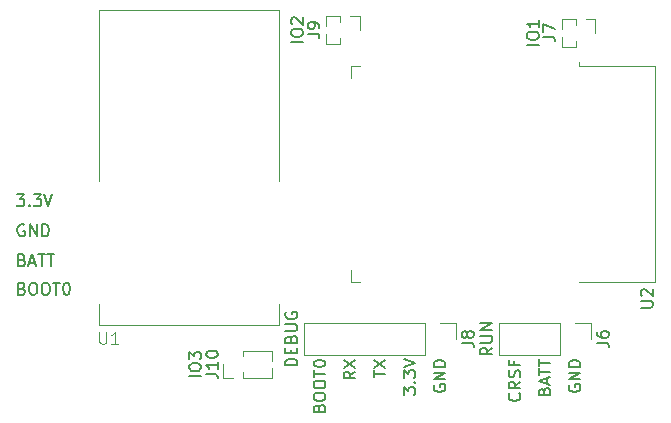
<source format=gto>
%TF.GenerationSoftware,KiCad,Pcbnew,9.0.2*%
%TF.CreationDate,2025-06-17T20:14:42+02:00*%
%TF.ProjectId,elrs_tx_full,656c7273-5f74-4785-9f66-756c6c2e6b69,rev?*%
%TF.SameCoordinates,Original*%
%TF.FileFunction,Legend,Top*%
%TF.FilePolarity,Positive*%
%FSLAX46Y46*%
G04 Gerber Fmt 4.6, Leading zero omitted, Abs format (unit mm)*
G04 Created by KiCad (PCBNEW 9.0.2) date 2025-06-17 20:14:42*
%MOMM*%
%LPD*%
G01*
G04 APERTURE LIST*
%ADD10C,0.150000*%
%ADD11C,0.100000*%
%ADD12C,0.120000*%
G04 APERTURE END LIST*
D10*
X131508438Y-72864398D02*
X131460819Y-72959636D01*
X131460819Y-72959636D02*
X131460819Y-73102493D01*
X131460819Y-73102493D02*
X131508438Y-73245350D01*
X131508438Y-73245350D02*
X131603676Y-73340588D01*
X131603676Y-73340588D02*
X131698914Y-73388207D01*
X131698914Y-73388207D02*
X131889390Y-73435826D01*
X131889390Y-73435826D02*
X132032247Y-73435826D01*
X132032247Y-73435826D02*
X132222723Y-73388207D01*
X132222723Y-73388207D02*
X132317961Y-73340588D01*
X132317961Y-73340588D02*
X132413200Y-73245350D01*
X132413200Y-73245350D02*
X132460819Y-73102493D01*
X132460819Y-73102493D02*
X132460819Y-73007255D01*
X132460819Y-73007255D02*
X132413200Y-72864398D01*
X132413200Y-72864398D02*
X132365580Y-72816779D01*
X132365580Y-72816779D02*
X132032247Y-72816779D01*
X132032247Y-72816779D02*
X132032247Y-73007255D01*
X132460819Y-72388207D02*
X131460819Y-72388207D01*
X131460819Y-72388207D02*
X132460819Y-71816779D01*
X132460819Y-71816779D02*
X131460819Y-71816779D01*
X132460819Y-71340588D02*
X131460819Y-71340588D01*
X131460819Y-71340588D02*
X131460819Y-71102493D01*
X131460819Y-71102493D02*
X131508438Y-70959636D01*
X131508438Y-70959636D02*
X131603676Y-70864398D01*
X131603676Y-70864398D02*
X131698914Y-70816779D01*
X131698914Y-70816779D02*
X131889390Y-70769160D01*
X131889390Y-70769160D02*
X132032247Y-70769160D01*
X132032247Y-70769160D02*
X132222723Y-70816779D01*
X132222723Y-70816779D02*
X132317961Y-70864398D01*
X132317961Y-70864398D02*
X132413200Y-70959636D01*
X132413200Y-70959636D02*
X132460819Y-71102493D01*
X132460819Y-71102493D02*
X132460819Y-71340588D01*
X85368588Y-59314438D02*
X85273350Y-59266819D01*
X85273350Y-59266819D02*
X85130493Y-59266819D01*
X85130493Y-59266819D02*
X84987636Y-59314438D01*
X84987636Y-59314438D02*
X84892398Y-59409676D01*
X84892398Y-59409676D02*
X84844779Y-59504914D01*
X84844779Y-59504914D02*
X84797160Y-59695390D01*
X84797160Y-59695390D02*
X84797160Y-59838247D01*
X84797160Y-59838247D02*
X84844779Y-60028723D01*
X84844779Y-60028723D02*
X84892398Y-60123961D01*
X84892398Y-60123961D02*
X84987636Y-60219200D01*
X84987636Y-60219200D02*
X85130493Y-60266819D01*
X85130493Y-60266819D02*
X85225731Y-60266819D01*
X85225731Y-60266819D02*
X85368588Y-60219200D01*
X85368588Y-60219200D02*
X85416207Y-60171580D01*
X85416207Y-60171580D02*
X85416207Y-59838247D01*
X85416207Y-59838247D02*
X85225731Y-59838247D01*
X85844779Y-60266819D02*
X85844779Y-59266819D01*
X85844779Y-59266819D02*
X86416207Y-60266819D01*
X86416207Y-60266819D02*
X86416207Y-59266819D01*
X86892398Y-60266819D02*
X86892398Y-59266819D01*
X86892398Y-59266819D02*
X87130493Y-59266819D01*
X87130493Y-59266819D02*
X87273350Y-59314438D01*
X87273350Y-59314438D02*
X87368588Y-59409676D01*
X87368588Y-59409676D02*
X87416207Y-59504914D01*
X87416207Y-59504914D02*
X87463826Y-59695390D01*
X87463826Y-59695390D02*
X87463826Y-59838247D01*
X87463826Y-59838247D02*
X87416207Y-60028723D01*
X87416207Y-60028723D02*
X87368588Y-60123961D01*
X87368588Y-60123961D02*
X87273350Y-60219200D01*
X87273350Y-60219200D02*
X87130493Y-60266819D01*
X87130493Y-60266819D02*
X86892398Y-60266819D01*
X114950819Y-72197731D02*
X114950819Y-71626303D01*
X115950819Y-71912017D02*
X114950819Y-71912017D01*
X114950819Y-71388207D02*
X115950819Y-70721541D01*
X114950819Y-70721541D02*
X115950819Y-71388207D01*
X85178112Y-64696009D02*
X85320969Y-64743628D01*
X85320969Y-64743628D02*
X85368588Y-64791247D01*
X85368588Y-64791247D02*
X85416207Y-64886485D01*
X85416207Y-64886485D02*
X85416207Y-65029342D01*
X85416207Y-65029342D02*
X85368588Y-65124580D01*
X85368588Y-65124580D02*
X85320969Y-65172200D01*
X85320969Y-65172200D02*
X85225731Y-65219819D01*
X85225731Y-65219819D02*
X84844779Y-65219819D01*
X84844779Y-65219819D02*
X84844779Y-64219819D01*
X84844779Y-64219819D02*
X85178112Y-64219819D01*
X85178112Y-64219819D02*
X85273350Y-64267438D01*
X85273350Y-64267438D02*
X85320969Y-64315057D01*
X85320969Y-64315057D02*
X85368588Y-64410295D01*
X85368588Y-64410295D02*
X85368588Y-64505533D01*
X85368588Y-64505533D02*
X85320969Y-64600771D01*
X85320969Y-64600771D02*
X85273350Y-64648390D01*
X85273350Y-64648390D02*
X85178112Y-64696009D01*
X85178112Y-64696009D02*
X84844779Y-64696009D01*
X86035255Y-64219819D02*
X86225731Y-64219819D01*
X86225731Y-64219819D02*
X86320969Y-64267438D01*
X86320969Y-64267438D02*
X86416207Y-64362676D01*
X86416207Y-64362676D02*
X86463826Y-64553152D01*
X86463826Y-64553152D02*
X86463826Y-64886485D01*
X86463826Y-64886485D02*
X86416207Y-65076961D01*
X86416207Y-65076961D02*
X86320969Y-65172200D01*
X86320969Y-65172200D02*
X86225731Y-65219819D01*
X86225731Y-65219819D02*
X86035255Y-65219819D01*
X86035255Y-65219819D02*
X85940017Y-65172200D01*
X85940017Y-65172200D02*
X85844779Y-65076961D01*
X85844779Y-65076961D02*
X85797160Y-64886485D01*
X85797160Y-64886485D02*
X85797160Y-64553152D01*
X85797160Y-64553152D02*
X85844779Y-64362676D01*
X85844779Y-64362676D02*
X85940017Y-64267438D01*
X85940017Y-64267438D02*
X86035255Y-64219819D01*
X87082874Y-64219819D02*
X87273350Y-64219819D01*
X87273350Y-64219819D02*
X87368588Y-64267438D01*
X87368588Y-64267438D02*
X87463826Y-64362676D01*
X87463826Y-64362676D02*
X87511445Y-64553152D01*
X87511445Y-64553152D02*
X87511445Y-64886485D01*
X87511445Y-64886485D02*
X87463826Y-65076961D01*
X87463826Y-65076961D02*
X87368588Y-65172200D01*
X87368588Y-65172200D02*
X87273350Y-65219819D01*
X87273350Y-65219819D02*
X87082874Y-65219819D01*
X87082874Y-65219819D02*
X86987636Y-65172200D01*
X86987636Y-65172200D02*
X86892398Y-65076961D01*
X86892398Y-65076961D02*
X86844779Y-64886485D01*
X86844779Y-64886485D02*
X86844779Y-64553152D01*
X86844779Y-64553152D02*
X86892398Y-64362676D01*
X86892398Y-64362676D02*
X86987636Y-64267438D01*
X86987636Y-64267438D02*
X87082874Y-64219819D01*
X87797160Y-64219819D02*
X88368588Y-64219819D01*
X88082874Y-65219819D02*
X88082874Y-64219819D01*
X88892398Y-64219819D02*
X88987636Y-64219819D01*
X88987636Y-64219819D02*
X89082874Y-64267438D01*
X89082874Y-64267438D02*
X89130493Y-64315057D01*
X89130493Y-64315057D02*
X89178112Y-64410295D01*
X89178112Y-64410295D02*
X89225731Y-64600771D01*
X89225731Y-64600771D02*
X89225731Y-64838866D01*
X89225731Y-64838866D02*
X89178112Y-65029342D01*
X89178112Y-65029342D02*
X89130493Y-65124580D01*
X89130493Y-65124580D02*
X89082874Y-65172200D01*
X89082874Y-65172200D02*
X88987636Y-65219819D01*
X88987636Y-65219819D02*
X88892398Y-65219819D01*
X88892398Y-65219819D02*
X88797160Y-65172200D01*
X88797160Y-65172200D02*
X88749541Y-65124580D01*
X88749541Y-65124580D02*
X88701922Y-65029342D01*
X88701922Y-65029342D02*
X88654303Y-64838866D01*
X88654303Y-64838866D02*
X88654303Y-64600771D01*
X88654303Y-64600771D02*
X88701922Y-64410295D01*
X88701922Y-64410295D02*
X88749541Y-64315057D01*
X88749541Y-64315057D02*
X88797160Y-64267438D01*
X88797160Y-64267438D02*
X88892398Y-64219819D01*
X85178112Y-62283009D02*
X85320969Y-62330628D01*
X85320969Y-62330628D02*
X85368588Y-62378247D01*
X85368588Y-62378247D02*
X85416207Y-62473485D01*
X85416207Y-62473485D02*
X85416207Y-62616342D01*
X85416207Y-62616342D02*
X85368588Y-62711580D01*
X85368588Y-62711580D02*
X85320969Y-62759200D01*
X85320969Y-62759200D02*
X85225731Y-62806819D01*
X85225731Y-62806819D02*
X84844779Y-62806819D01*
X84844779Y-62806819D02*
X84844779Y-61806819D01*
X84844779Y-61806819D02*
X85178112Y-61806819D01*
X85178112Y-61806819D02*
X85273350Y-61854438D01*
X85273350Y-61854438D02*
X85320969Y-61902057D01*
X85320969Y-61902057D02*
X85368588Y-61997295D01*
X85368588Y-61997295D02*
X85368588Y-62092533D01*
X85368588Y-62092533D02*
X85320969Y-62187771D01*
X85320969Y-62187771D02*
X85273350Y-62235390D01*
X85273350Y-62235390D02*
X85178112Y-62283009D01*
X85178112Y-62283009D02*
X84844779Y-62283009D01*
X85797160Y-62521104D02*
X86273350Y-62521104D01*
X85701922Y-62806819D02*
X86035255Y-61806819D01*
X86035255Y-61806819D02*
X86368588Y-62806819D01*
X86559065Y-61806819D02*
X87130493Y-61806819D01*
X86844779Y-62806819D02*
X86844779Y-61806819D01*
X87320970Y-61806819D02*
X87892398Y-61806819D01*
X87606684Y-62806819D02*
X87606684Y-61806819D01*
X129397009Y-73388208D02*
X129444628Y-73245351D01*
X129444628Y-73245351D02*
X129492247Y-73197732D01*
X129492247Y-73197732D02*
X129587485Y-73150113D01*
X129587485Y-73150113D02*
X129730342Y-73150113D01*
X129730342Y-73150113D02*
X129825580Y-73197732D01*
X129825580Y-73197732D02*
X129873200Y-73245351D01*
X129873200Y-73245351D02*
X129920819Y-73340589D01*
X129920819Y-73340589D02*
X129920819Y-73721541D01*
X129920819Y-73721541D02*
X128920819Y-73721541D01*
X128920819Y-73721541D02*
X128920819Y-73388208D01*
X128920819Y-73388208D02*
X128968438Y-73292970D01*
X128968438Y-73292970D02*
X129016057Y-73245351D01*
X129016057Y-73245351D02*
X129111295Y-73197732D01*
X129111295Y-73197732D02*
X129206533Y-73197732D01*
X129206533Y-73197732D02*
X129301771Y-73245351D01*
X129301771Y-73245351D02*
X129349390Y-73292970D01*
X129349390Y-73292970D02*
X129397009Y-73388208D01*
X129397009Y-73388208D02*
X129397009Y-73721541D01*
X129635104Y-72769160D02*
X129635104Y-72292970D01*
X129920819Y-72864398D02*
X128920819Y-72531065D01*
X128920819Y-72531065D02*
X129920819Y-72197732D01*
X128920819Y-72007255D02*
X128920819Y-71435827D01*
X129920819Y-71721541D02*
X128920819Y-71721541D01*
X128920819Y-71245350D02*
X128920819Y-70673922D01*
X129920819Y-70959636D02*
X128920819Y-70959636D01*
X113410819Y-71721541D02*
X112934628Y-72054874D01*
X113410819Y-72292969D02*
X112410819Y-72292969D01*
X112410819Y-72292969D02*
X112410819Y-71912017D01*
X112410819Y-71912017D02*
X112458438Y-71816779D01*
X112458438Y-71816779D02*
X112506057Y-71769160D01*
X112506057Y-71769160D02*
X112601295Y-71721541D01*
X112601295Y-71721541D02*
X112744152Y-71721541D01*
X112744152Y-71721541D02*
X112839390Y-71769160D01*
X112839390Y-71769160D02*
X112887009Y-71816779D01*
X112887009Y-71816779D02*
X112934628Y-71912017D01*
X112934628Y-71912017D02*
X112934628Y-72292969D01*
X112410819Y-71388207D02*
X113410819Y-70721541D01*
X112410819Y-70721541D02*
X113410819Y-71388207D01*
X110347009Y-74816779D02*
X110394628Y-74673922D01*
X110394628Y-74673922D02*
X110442247Y-74626303D01*
X110442247Y-74626303D02*
X110537485Y-74578684D01*
X110537485Y-74578684D02*
X110680342Y-74578684D01*
X110680342Y-74578684D02*
X110775580Y-74626303D01*
X110775580Y-74626303D02*
X110823200Y-74673922D01*
X110823200Y-74673922D02*
X110870819Y-74769160D01*
X110870819Y-74769160D02*
X110870819Y-75150112D01*
X110870819Y-75150112D02*
X109870819Y-75150112D01*
X109870819Y-75150112D02*
X109870819Y-74816779D01*
X109870819Y-74816779D02*
X109918438Y-74721541D01*
X109918438Y-74721541D02*
X109966057Y-74673922D01*
X109966057Y-74673922D02*
X110061295Y-74626303D01*
X110061295Y-74626303D02*
X110156533Y-74626303D01*
X110156533Y-74626303D02*
X110251771Y-74673922D01*
X110251771Y-74673922D02*
X110299390Y-74721541D01*
X110299390Y-74721541D02*
X110347009Y-74816779D01*
X110347009Y-74816779D02*
X110347009Y-75150112D01*
X109870819Y-73959636D02*
X109870819Y-73769160D01*
X109870819Y-73769160D02*
X109918438Y-73673922D01*
X109918438Y-73673922D02*
X110013676Y-73578684D01*
X110013676Y-73578684D02*
X110204152Y-73531065D01*
X110204152Y-73531065D02*
X110537485Y-73531065D01*
X110537485Y-73531065D02*
X110727961Y-73578684D01*
X110727961Y-73578684D02*
X110823200Y-73673922D01*
X110823200Y-73673922D02*
X110870819Y-73769160D01*
X110870819Y-73769160D02*
X110870819Y-73959636D01*
X110870819Y-73959636D02*
X110823200Y-74054874D01*
X110823200Y-74054874D02*
X110727961Y-74150112D01*
X110727961Y-74150112D02*
X110537485Y-74197731D01*
X110537485Y-74197731D02*
X110204152Y-74197731D01*
X110204152Y-74197731D02*
X110013676Y-74150112D01*
X110013676Y-74150112D02*
X109918438Y-74054874D01*
X109918438Y-74054874D02*
X109870819Y-73959636D01*
X109870819Y-72912017D02*
X109870819Y-72721541D01*
X109870819Y-72721541D02*
X109918438Y-72626303D01*
X109918438Y-72626303D02*
X110013676Y-72531065D01*
X110013676Y-72531065D02*
X110204152Y-72483446D01*
X110204152Y-72483446D02*
X110537485Y-72483446D01*
X110537485Y-72483446D02*
X110727961Y-72531065D01*
X110727961Y-72531065D02*
X110823200Y-72626303D01*
X110823200Y-72626303D02*
X110870819Y-72721541D01*
X110870819Y-72721541D02*
X110870819Y-72912017D01*
X110870819Y-72912017D02*
X110823200Y-73007255D01*
X110823200Y-73007255D02*
X110727961Y-73102493D01*
X110727961Y-73102493D02*
X110537485Y-73150112D01*
X110537485Y-73150112D02*
X110204152Y-73150112D01*
X110204152Y-73150112D02*
X110013676Y-73102493D01*
X110013676Y-73102493D02*
X109918438Y-73007255D01*
X109918438Y-73007255D02*
X109870819Y-72912017D01*
X109870819Y-72197731D02*
X109870819Y-71626303D01*
X110870819Y-71912017D02*
X109870819Y-71912017D01*
X109870819Y-71102493D02*
X109870819Y-71007255D01*
X109870819Y-71007255D02*
X109918438Y-70912017D01*
X109918438Y-70912017D02*
X109966057Y-70864398D01*
X109966057Y-70864398D02*
X110061295Y-70816779D01*
X110061295Y-70816779D02*
X110251771Y-70769160D01*
X110251771Y-70769160D02*
X110489866Y-70769160D01*
X110489866Y-70769160D02*
X110680342Y-70816779D01*
X110680342Y-70816779D02*
X110775580Y-70864398D01*
X110775580Y-70864398D02*
X110823200Y-70912017D01*
X110823200Y-70912017D02*
X110870819Y-71007255D01*
X110870819Y-71007255D02*
X110870819Y-71102493D01*
X110870819Y-71102493D02*
X110823200Y-71197731D01*
X110823200Y-71197731D02*
X110775580Y-71245350D01*
X110775580Y-71245350D02*
X110680342Y-71292969D01*
X110680342Y-71292969D02*
X110489866Y-71340588D01*
X110489866Y-71340588D02*
X110251771Y-71340588D01*
X110251771Y-71340588D02*
X110061295Y-71292969D01*
X110061295Y-71292969D02*
X109966057Y-71245350D01*
X109966057Y-71245350D02*
X109918438Y-71197731D01*
X109918438Y-71197731D02*
X109870819Y-71102493D01*
X120078438Y-72864398D02*
X120030819Y-72959636D01*
X120030819Y-72959636D02*
X120030819Y-73102493D01*
X120030819Y-73102493D02*
X120078438Y-73245350D01*
X120078438Y-73245350D02*
X120173676Y-73340588D01*
X120173676Y-73340588D02*
X120268914Y-73388207D01*
X120268914Y-73388207D02*
X120459390Y-73435826D01*
X120459390Y-73435826D02*
X120602247Y-73435826D01*
X120602247Y-73435826D02*
X120792723Y-73388207D01*
X120792723Y-73388207D02*
X120887961Y-73340588D01*
X120887961Y-73340588D02*
X120983200Y-73245350D01*
X120983200Y-73245350D02*
X121030819Y-73102493D01*
X121030819Y-73102493D02*
X121030819Y-73007255D01*
X121030819Y-73007255D02*
X120983200Y-72864398D01*
X120983200Y-72864398D02*
X120935580Y-72816779D01*
X120935580Y-72816779D02*
X120602247Y-72816779D01*
X120602247Y-72816779D02*
X120602247Y-73007255D01*
X121030819Y-72388207D02*
X120030819Y-72388207D01*
X120030819Y-72388207D02*
X121030819Y-71816779D01*
X121030819Y-71816779D02*
X120030819Y-71816779D01*
X121030819Y-71340588D02*
X120030819Y-71340588D01*
X120030819Y-71340588D02*
X120030819Y-71102493D01*
X120030819Y-71102493D02*
X120078438Y-70959636D01*
X120078438Y-70959636D02*
X120173676Y-70864398D01*
X120173676Y-70864398D02*
X120268914Y-70816779D01*
X120268914Y-70816779D02*
X120459390Y-70769160D01*
X120459390Y-70769160D02*
X120602247Y-70769160D01*
X120602247Y-70769160D02*
X120792723Y-70816779D01*
X120792723Y-70816779D02*
X120887961Y-70864398D01*
X120887961Y-70864398D02*
X120983200Y-70959636D01*
X120983200Y-70959636D02*
X121030819Y-71102493D01*
X121030819Y-71102493D02*
X121030819Y-71340588D01*
X84749541Y-56726819D02*
X85368588Y-56726819D01*
X85368588Y-56726819D02*
X85035255Y-57107771D01*
X85035255Y-57107771D02*
X85178112Y-57107771D01*
X85178112Y-57107771D02*
X85273350Y-57155390D01*
X85273350Y-57155390D02*
X85320969Y-57203009D01*
X85320969Y-57203009D02*
X85368588Y-57298247D01*
X85368588Y-57298247D02*
X85368588Y-57536342D01*
X85368588Y-57536342D02*
X85320969Y-57631580D01*
X85320969Y-57631580D02*
X85273350Y-57679200D01*
X85273350Y-57679200D02*
X85178112Y-57726819D01*
X85178112Y-57726819D02*
X84892398Y-57726819D01*
X84892398Y-57726819D02*
X84797160Y-57679200D01*
X84797160Y-57679200D02*
X84749541Y-57631580D01*
X85797160Y-57631580D02*
X85844779Y-57679200D01*
X85844779Y-57679200D02*
X85797160Y-57726819D01*
X85797160Y-57726819D02*
X85749541Y-57679200D01*
X85749541Y-57679200D02*
X85797160Y-57631580D01*
X85797160Y-57631580D02*
X85797160Y-57726819D01*
X86178112Y-56726819D02*
X86797159Y-56726819D01*
X86797159Y-56726819D02*
X86463826Y-57107771D01*
X86463826Y-57107771D02*
X86606683Y-57107771D01*
X86606683Y-57107771D02*
X86701921Y-57155390D01*
X86701921Y-57155390D02*
X86749540Y-57203009D01*
X86749540Y-57203009D02*
X86797159Y-57298247D01*
X86797159Y-57298247D02*
X86797159Y-57536342D01*
X86797159Y-57536342D02*
X86749540Y-57631580D01*
X86749540Y-57631580D02*
X86701921Y-57679200D01*
X86701921Y-57679200D02*
X86606683Y-57726819D01*
X86606683Y-57726819D02*
X86320969Y-57726819D01*
X86320969Y-57726819D02*
X86225731Y-57679200D01*
X86225731Y-57679200D02*
X86178112Y-57631580D01*
X87082874Y-56726819D02*
X87416207Y-57726819D01*
X87416207Y-57726819D02*
X87749540Y-56726819D01*
X117490819Y-73673921D02*
X117490819Y-73054874D01*
X117490819Y-73054874D02*
X117871771Y-73388207D01*
X117871771Y-73388207D02*
X117871771Y-73245350D01*
X117871771Y-73245350D02*
X117919390Y-73150112D01*
X117919390Y-73150112D02*
X117967009Y-73102493D01*
X117967009Y-73102493D02*
X118062247Y-73054874D01*
X118062247Y-73054874D02*
X118300342Y-73054874D01*
X118300342Y-73054874D02*
X118395580Y-73102493D01*
X118395580Y-73102493D02*
X118443200Y-73150112D01*
X118443200Y-73150112D02*
X118490819Y-73245350D01*
X118490819Y-73245350D02*
X118490819Y-73531064D01*
X118490819Y-73531064D02*
X118443200Y-73626302D01*
X118443200Y-73626302D02*
X118395580Y-73673921D01*
X118395580Y-72626302D02*
X118443200Y-72578683D01*
X118443200Y-72578683D02*
X118490819Y-72626302D01*
X118490819Y-72626302D02*
X118443200Y-72673921D01*
X118443200Y-72673921D02*
X118395580Y-72626302D01*
X118395580Y-72626302D02*
X118490819Y-72626302D01*
X117490819Y-72245350D02*
X117490819Y-71626303D01*
X117490819Y-71626303D02*
X117871771Y-71959636D01*
X117871771Y-71959636D02*
X117871771Y-71816779D01*
X117871771Y-71816779D02*
X117919390Y-71721541D01*
X117919390Y-71721541D02*
X117967009Y-71673922D01*
X117967009Y-71673922D02*
X118062247Y-71626303D01*
X118062247Y-71626303D02*
X118300342Y-71626303D01*
X118300342Y-71626303D02*
X118395580Y-71673922D01*
X118395580Y-71673922D02*
X118443200Y-71721541D01*
X118443200Y-71721541D02*
X118490819Y-71816779D01*
X118490819Y-71816779D02*
X118490819Y-72102493D01*
X118490819Y-72102493D02*
X118443200Y-72197731D01*
X118443200Y-72197731D02*
X118395580Y-72245350D01*
X117490819Y-71340588D02*
X118490819Y-71007255D01*
X118490819Y-71007255D02*
X117490819Y-70673922D01*
X127285580Y-73578684D02*
X127333200Y-73626303D01*
X127333200Y-73626303D02*
X127380819Y-73769160D01*
X127380819Y-73769160D02*
X127380819Y-73864398D01*
X127380819Y-73864398D02*
X127333200Y-74007255D01*
X127333200Y-74007255D02*
X127237961Y-74102493D01*
X127237961Y-74102493D02*
X127142723Y-74150112D01*
X127142723Y-74150112D02*
X126952247Y-74197731D01*
X126952247Y-74197731D02*
X126809390Y-74197731D01*
X126809390Y-74197731D02*
X126618914Y-74150112D01*
X126618914Y-74150112D02*
X126523676Y-74102493D01*
X126523676Y-74102493D02*
X126428438Y-74007255D01*
X126428438Y-74007255D02*
X126380819Y-73864398D01*
X126380819Y-73864398D02*
X126380819Y-73769160D01*
X126380819Y-73769160D02*
X126428438Y-73626303D01*
X126428438Y-73626303D02*
X126476057Y-73578684D01*
X127380819Y-72578684D02*
X126904628Y-72912017D01*
X127380819Y-73150112D02*
X126380819Y-73150112D01*
X126380819Y-73150112D02*
X126380819Y-72769160D01*
X126380819Y-72769160D02*
X126428438Y-72673922D01*
X126428438Y-72673922D02*
X126476057Y-72626303D01*
X126476057Y-72626303D02*
X126571295Y-72578684D01*
X126571295Y-72578684D02*
X126714152Y-72578684D01*
X126714152Y-72578684D02*
X126809390Y-72626303D01*
X126809390Y-72626303D02*
X126857009Y-72673922D01*
X126857009Y-72673922D02*
X126904628Y-72769160D01*
X126904628Y-72769160D02*
X126904628Y-73150112D01*
X127333200Y-72197731D02*
X127380819Y-72054874D01*
X127380819Y-72054874D02*
X127380819Y-71816779D01*
X127380819Y-71816779D02*
X127333200Y-71721541D01*
X127333200Y-71721541D02*
X127285580Y-71673922D01*
X127285580Y-71673922D02*
X127190342Y-71626303D01*
X127190342Y-71626303D02*
X127095104Y-71626303D01*
X127095104Y-71626303D02*
X126999866Y-71673922D01*
X126999866Y-71673922D02*
X126952247Y-71721541D01*
X126952247Y-71721541D02*
X126904628Y-71816779D01*
X126904628Y-71816779D02*
X126857009Y-72007255D01*
X126857009Y-72007255D02*
X126809390Y-72102493D01*
X126809390Y-72102493D02*
X126761771Y-72150112D01*
X126761771Y-72150112D02*
X126666533Y-72197731D01*
X126666533Y-72197731D02*
X126571295Y-72197731D01*
X126571295Y-72197731D02*
X126476057Y-72150112D01*
X126476057Y-72150112D02*
X126428438Y-72102493D01*
X126428438Y-72102493D02*
X126380819Y-72007255D01*
X126380819Y-72007255D02*
X126380819Y-71769160D01*
X126380819Y-71769160D02*
X126428438Y-71626303D01*
X126857009Y-70864398D02*
X126857009Y-71197731D01*
X127380819Y-71197731D02*
X126380819Y-71197731D01*
X126380819Y-71197731D02*
X126380819Y-70721541D01*
X122410819Y-69289333D02*
X123125104Y-69289333D01*
X123125104Y-69289333D02*
X123267961Y-69336952D01*
X123267961Y-69336952D02*
X123363200Y-69432190D01*
X123363200Y-69432190D02*
X123410819Y-69575047D01*
X123410819Y-69575047D02*
X123410819Y-69670285D01*
X122839390Y-68670285D02*
X122791771Y-68765523D01*
X122791771Y-68765523D02*
X122744152Y-68813142D01*
X122744152Y-68813142D02*
X122648914Y-68860761D01*
X122648914Y-68860761D02*
X122601295Y-68860761D01*
X122601295Y-68860761D02*
X122506057Y-68813142D01*
X122506057Y-68813142D02*
X122458438Y-68765523D01*
X122458438Y-68765523D02*
X122410819Y-68670285D01*
X122410819Y-68670285D02*
X122410819Y-68479809D01*
X122410819Y-68479809D02*
X122458438Y-68384571D01*
X122458438Y-68384571D02*
X122506057Y-68336952D01*
X122506057Y-68336952D02*
X122601295Y-68289333D01*
X122601295Y-68289333D02*
X122648914Y-68289333D01*
X122648914Y-68289333D02*
X122744152Y-68336952D01*
X122744152Y-68336952D02*
X122791771Y-68384571D01*
X122791771Y-68384571D02*
X122839390Y-68479809D01*
X122839390Y-68479809D02*
X122839390Y-68670285D01*
X122839390Y-68670285D02*
X122887009Y-68765523D01*
X122887009Y-68765523D02*
X122934628Y-68813142D01*
X122934628Y-68813142D02*
X123029866Y-68860761D01*
X123029866Y-68860761D02*
X123220342Y-68860761D01*
X123220342Y-68860761D02*
X123315580Y-68813142D01*
X123315580Y-68813142D02*
X123363200Y-68765523D01*
X123363200Y-68765523D02*
X123410819Y-68670285D01*
X123410819Y-68670285D02*
X123410819Y-68479809D01*
X123410819Y-68479809D02*
X123363200Y-68384571D01*
X123363200Y-68384571D02*
X123315580Y-68336952D01*
X123315580Y-68336952D02*
X123220342Y-68289333D01*
X123220342Y-68289333D02*
X123029866Y-68289333D01*
X123029866Y-68289333D02*
X122934628Y-68336952D01*
X122934628Y-68336952D02*
X122887009Y-68384571D01*
X122887009Y-68384571D02*
X122839390Y-68479809D01*
X108490819Y-71194094D02*
X107490819Y-71194094D01*
X107490819Y-71194094D02*
X107490819Y-70955999D01*
X107490819Y-70955999D02*
X107538438Y-70813142D01*
X107538438Y-70813142D02*
X107633676Y-70717904D01*
X107633676Y-70717904D02*
X107728914Y-70670285D01*
X107728914Y-70670285D02*
X107919390Y-70622666D01*
X107919390Y-70622666D02*
X108062247Y-70622666D01*
X108062247Y-70622666D02*
X108252723Y-70670285D01*
X108252723Y-70670285D02*
X108347961Y-70717904D01*
X108347961Y-70717904D02*
X108443200Y-70813142D01*
X108443200Y-70813142D02*
X108490819Y-70955999D01*
X108490819Y-70955999D02*
X108490819Y-71194094D01*
X107967009Y-70194094D02*
X107967009Y-69860761D01*
X108490819Y-69717904D02*
X108490819Y-70194094D01*
X108490819Y-70194094D02*
X107490819Y-70194094D01*
X107490819Y-70194094D02*
X107490819Y-69717904D01*
X107967009Y-68955999D02*
X108014628Y-68813142D01*
X108014628Y-68813142D02*
X108062247Y-68765523D01*
X108062247Y-68765523D02*
X108157485Y-68717904D01*
X108157485Y-68717904D02*
X108300342Y-68717904D01*
X108300342Y-68717904D02*
X108395580Y-68765523D01*
X108395580Y-68765523D02*
X108443200Y-68813142D01*
X108443200Y-68813142D02*
X108490819Y-68908380D01*
X108490819Y-68908380D02*
X108490819Y-69289332D01*
X108490819Y-69289332D02*
X107490819Y-69289332D01*
X107490819Y-69289332D02*
X107490819Y-68955999D01*
X107490819Y-68955999D02*
X107538438Y-68860761D01*
X107538438Y-68860761D02*
X107586057Y-68813142D01*
X107586057Y-68813142D02*
X107681295Y-68765523D01*
X107681295Y-68765523D02*
X107776533Y-68765523D01*
X107776533Y-68765523D02*
X107871771Y-68813142D01*
X107871771Y-68813142D02*
X107919390Y-68860761D01*
X107919390Y-68860761D02*
X107967009Y-68955999D01*
X107967009Y-68955999D02*
X107967009Y-69289332D01*
X107490819Y-68289332D02*
X108300342Y-68289332D01*
X108300342Y-68289332D02*
X108395580Y-68241713D01*
X108395580Y-68241713D02*
X108443200Y-68194094D01*
X108443200Y-68194094D02*
X108490819Y-68098856D01*
X108490819Y-68098856D02*
X108490819Y-67908380D01*
X108490819Y-67908380D02*
X108443200Y-67813142D01*
X108443200Y-67813142D02*
X108395580Y-67765523D01*
X108395580Y-67765523D02*
X108300342Y-67717904D01*
X108300342Y-67717904D02*
X107490819Y-67717904D01*
X107538438Y-66717904D02*
X107490819Y-66813142D01*
X107490819Y-66813142D02*
X107490819Y-66955999D01*
X107490819Y-66955999D02*
X107538438Y-67098856D01*
X107538438Y-67098856D02*
X107633676Y-67194094D01*
X107633676Y-67194094D02*
X107728914Y-67241713D01*
X107728914Y-67241713D02*
X107919390Y-67289332D01*
X107919390Y-67289332D02*
X108062247Y-67289332D01*
X108062247Y-67289332D02*
X108252723Y-67241713D01*
X108252723Y-67241713D02*
X108347961Y-67194094D01*
X108347961Y-67194094D02*
X108443200Y-67098856D01*
X108443200Y-67098856D02*
X108490819Y-66955999D01*
X108490819Y-66955999D02*
X108490819Y-66860761D01*
X108490819Y-66860761D02*
X108443200Y-66717904D01*
X108443200Y-66717904D02*
X108395580Y-66670285D01*
X108395580Y-66670285D02*
X108062247Y-66670285D01*
X108062247Y-66670285D02*
X108062247Y-66860761D01*
X100759819Y-71924523D02*
X101474104Y-71924523D01*
X101474104Y-71924523D02*
X101616961Y-71972142D01*
X101616961Y-71972142D02*
X101712200Y-72067380D01*
X101712200Y-72067380D02*
X101759819Y-72210237D01*
X101759819Y-72210237D02*
X101759819Y-72305475D01*
X101759819Y-70924523D02*
X101759819Y-71495951D01*
X101759819Y-71210237D02*
X100759819Y-71210237D01*
X100759819Y-71210237D02*
X100902676Y-71305475D01*
X100902676Y-71305475D02*
X100997914Y-71400713D01*
X100997914Y-71400713D02*
X101045533Y-71495951D01*
X100759819Y-70305475D02*
X100759819Y-70210237D01*
X100759819Y-70210237D02*
X100807438Y-70114999D01*
X100807438Y-70114999D02*
X100855057Y-70067380D01*
X100855057Y-70067380D02*
X100950295Y-70019761D01*
X100950295Y-70019761D02*
X101140771Y-69972142D01*
X101140771Y-69972142D02*
X101378866Y-69972142D01*
X101378866Y-69972142D02*
X101569342Y-70019761D01*
X101569342Y-70019761D02*
X101664580Y-70067380D01*
X101664580Y-70067380D02*
X101712200Y-70114999D01*
X101712200Y-70114999D02*
X101759819Y-70210237D01*
X101759819Y-70210237D02*
X101759819Y-70305475D01*
X101759819Y-70305475D02*
X101712200Y-70400713D01*
X101712200Y-70400713D02*
X101664580Y-70448332D01*
X101664580Y-70448332D02*
X101569342Y-70495951D01*
X101569342Y-70495951D02*
X101378866Y-70543570D01*
X101378866Y-70543570D02*
X101140771Y-70543570D01*
X101140771Y-70543570D02*
X100950295Y-70495951D01*
X100950295Y-70495951D02*
X100855057Y-70448332D01*
X100855057Y-70448332D02*
X100807438Y-70400713D01*
X100807438Y-70400713D02*
X100759819Y-70305475D01*
X100329819Y-72114999D02*
X99329819Y-72114999D01*
X99329819Y-71448333D02*
X99329819Y-71257857D01*
X99329819Y-71257857D02*
X99377438Y-71162619D01*
X99377438Y-71162619D02*
X99472676Y-71067381D01*
X99472676Y-71067381D02*
X99663152Y-71019762D01*
X99663152Y-71019762D02*
X99996485Y-71019762D01*
X99996485Y-71019762D02*
X100186961Y-71067381D01*
X100186961Y-71067381D02*
X100282200Y-71162619D01*
X100282200Y-71162619D02*
X100329819Y-71257857D01*
X100329819Y-71257857D02*
X100329819Y-71448333D01*
X100329819Y-71448333D02*
X100282200Y-71543571D01*
X100282200Y-71543571D02*
X100186961Y-71638809D01*
X100186961Y-71638809D02*
X99996485Y-71686428D01*
X99996485Y-71686428D02*
X99663152Y-71686428D01*
X99663152Y-71686428D02*
X99472676Y-71638809D01*
X99472676Y-71638809D02*
X99377438Y-71543571D01*
X99377438Y-71543571D02*
X99329819Y-71448333D01*
X99329819Y-70686428D02*
X99329819Y-70067381D01*
X99329819Y-70067381D02*
X99710771Y-70400714D01*
X99710771Y-70400714D02*
X99710771Y-70257857D01*
X99710771Y-70257857D02*
X99758390Y-70162619D01*
X99758390Y-70162619D02*
X99806009Y-70115000D01*
X99806009Y-70115000D02*
X99901247Y-70067381D01*
X99901247Y-70067381D02*
X100139342Y-70067381D01*
X100139342Y-70067381D02*
X100234580Y-70115000D01*
X100234580Y-70115000D02*
X100282200Y-70162619D01*
X100282200Y-70162619D02*
X100329819Y-70257857D01*
X100329819Y-70257857D02*
X100329819Y-70543571D01*
X100329819Y-70543571D02*
X100282200Y-70638809D01*
X100282200Y-70638809D02*
X100234580Y-70686428D01*
D11*
X91734895Y-68362619D02*
X91734895Y-69172142D01*
X91734895Y-69172142D02*
X91782514Y-69267380D01*
X91782514Y-69267380D02*
X91830133Y-69315000D01*
X91830133Y-69315000D02*
X91925371Y-69362619D01*
X91925371Y-69362619D02*
X92115847Y-69362619D01*
X92115847Y-69362619D02*
X92211085Y-69315000D01*
X92211085Y-69315000D02*
X92258704Y-69267380D01*
X92258704Y-69267380D02*
X92306323Y-69172142D01*
X92306323Y-69172142D02*
X92306323Y-68362619D01*
X93306323Y-69362619D02*
X92734895Y-69362619D01*
X93020609Y-69362619D02*
X93020609Y-68362619D01*
X93020609Y-68362619D02*
X92925371Y-68505476D01*
X92925371Y-68505476D02*
X92830133Y-68600714D01*
X92830133Y-68600714D02*
X92734895Y-68648333D01*
D10*
X133840819Y-69289333D02*
X134555104Y-69289333D01*
X134555104Y-69289333D02*
X134697961Y-69336952D01*
X134697961Y-69336952D02*
X134793200Y-69432190D01*
X134793200Y-69432190D02*
X134840819Y-69575047D01*
X134840819Y-69575047D02*
X134840819Y-69670285D01*
X133840819Y-68384571D02*
X133840819Y-68575047D01*
X133840819Y-68575047D02*
X133888438Y-68670285D01*
X133888438Y-68670285D02*
X133936057Y-68717904D01*
X133936057Y-68717904D02*
X134078914Y-68813142D01*
X134078914Y-68813142D02*
X134269390Y-68860761D01*
X134269390Y-68860761D02*
X134650342Y-68860761D01*
X134650342Y-68860761D02*
X134745580Y-68813142D01*
X134745580Y-68813142D02*
X134793200Y-68765523D01*
X134793200Y-68765523D02*
X134840819Y-68670285D01*
X134840819Y-68670285D02*
X134840819Y-68479809D01*
X134840819Y-68479809D02*
X134793200Y-68384571D01*
X134793200Y-68384571D02*
X134745580Y-68336952D01*
X134745580Y-68336952D02*
X134650342Y-68289333D01*
X134650342Y-68289333D02*
X134412247Y-68289333D01*
X134412247Y-68289333D02*
X134317009Y-68336952D01*
X134317009Y-68336952D02*
X134269390Y-68384571D01*
X134269390Y-68384571D02*
X134221771Y-68479809D01*
X134221771Y-68479809D02*
X134221771Y-68670285D01*
X134221771Y-68670285D02*
X134269390Y-68765523D01*
X134269390Y-68765523D02*
X134317009Y-68813142D01*
X134317009Y-68813142D02*
X134412247Y-68860761D01*
X125000819Y-69694095D02*
X124524628Y-70027428D01*
X125000819Y-70265523D02*
X124000819Y-70265523D01*
X124000819Y-70265523D02*
X124000819Y-69884571D01*
X124000819Y-69884571D02*
X124048438Y-69789333D01*
X124048438Y-69789333D02*
X124096057Y-69741714D01*
X124096057Y-69741714D02*
X124191295Y-69694095D01*
X124191295Y-69694095D02*
X124334152Y-69694095D01*
X124334152Y-69694095D02*
X124429390Y-69741714D01*
X124429390Y-69741714D02*
X124477009Y-69789333D01*
X124477009Y-69789333D02*
X124524628Y-69884571D01*
X124524628Y-69884571D02*
X124524628Y-70265523D01*
X124000819Y-69265523D02*
X124810342Y-69265523D01*
X124810342Y-69265523D02*
X124905580Y-69217904D01*
X124905580Y-69217904D02*
X124953200Y-69170285D01*
X124953200Y-69170285D02*
X125000819Y-69075047D01*
X125000819Y-69075047D02*
X125000819Y-68884571D01*
X125000819Y-68884571D02*
X124953200Y-68789333D01*
X124953200Y-68789333D02*
X124905580Y-68741714D01*
X124905580Y-68741714D02*
X124810342Y-68694095D01*
X124810342Y-68694095D02*
X124000819Y-68694095D01*
X125000819Y-68217904D02*
X124000819Y-68217904D01*
X124000819Y-68217904D02*
X125000819Y-67646476D01*
X125000819Y-67646476D02*
X124000819Y-67646476D01*
X109362819Y-43127333D02*
X110077104Y-43127333D01*
X110077104Y-43127333D02*
X110219961Y-43174952D01*
X110219961Y-43174952D02*
X110315200Y-43270190D01*
X110315200Y-43270190D02*
X110362819Y-43413047D01*
X110362819Y-43413047D02*
X110362819Y-43508285D01*
X110362819Y-42603523D02*
X110362819Y-42413047D01*
X110362819Y-42413047D02*
X110315200Y-42317809D01*
X110315200Y-42317809D02*
X110267580Y-42270190D01*
X110267580Y-42270190D02*
X110124723Y-42174952D01*
X110124723Y-42174952D02*
X109934247Y-42127333D01*
X109934247Y-42127333D02*
X109553295Y-42127333D01*
X109553295Y-42127333D02*
X109458057Y-42174952D01*
X109458057Y-42174952D02*
X109410438Y-42222571D01*
X109410438Y-42222571D02*
X109362819Y-42317809D01*
X109362819Y-42317809D02*
X109362819Y-42508285D01*
X109362819Y-42508285D02*
X109410438Y-42603523D01*
X109410438Y-42603523D02*
X109458057Y-42651142D01*
X109458057Y-42651142D02*
X109553295Y-42698761D01*
X109553295Y-42698761D02*
X109791390Y-42698761D01*
X109791390Y-42698761D02*
X109886628Y-42651142D01*
X109886628Y-42651142D02*
X109934247Y-42603523D01*
X109934247Y-42603523D02*
X109981866Y-42508285D01*
X109981866Y-42508285D02*
X109981866Y-42317809D01*
X109981866Y-42317809D02*
X109934247Y-42222571D01*
X109934247Y-42222571D02*
X109886628Y-42174952D01*
X109886628Y-42174952D02*
X109791390Y-42127333D01*
X108965819Y-43793999D02*
X107965819Y-43793999D01*
X107965819Y-43127333D02*
X107965819Y-42936857D01*
X107965819Y-42936857D02*
X108013438Y-42841619D01*
X108013438Y-42841619D02*
X108108676Y-42746381D01*
X108108676Y-42746381D02*
X108299152Y-42698762D01*
X108299152Y-42698762D02*
X108632485Y-42698762D01*
X108632485Y-42698762D02*
X108822961Y-42746381D01*
X108822961Y-42746381D02*
X108918200Y-42841619D01*
X108918200Y-42841619D02*
X108965819Y-42936857D01*
X108965819Y-42936857D02*
X108965819Y-43127333D01*
X108965819Y-43127333D02*
X108918200Y-43222571D01*
X108918200Y-43222571D02*
X108822961Y-43317809D01*
X108822961Y-43317809D02*
X108632485Y-43365428D01*
X108632485Y-43365428D02*
X108299152Y-43365428D01*
X108299152Y-43365428D02*
X108108676Y-43317809D01*
X108108676Y-43317809D02*
X108013438Y-43222571D01*
X108013438Y-43222571D02*
X107965819Y-43127333D01*
X108061057Y-42317809D02*
X108013438Y-42270190D01*
X108013438Y-42270190D02*
X107965819Y-42174952D01*
X107965819Y-42174952D02*
X107965819Y-41936857D01*
X107965819Y-41936857D02*
X108013438Y-41841619D01*
X108013438Y-41841619D02*
X108061057Y-41794000D01*
X108061057Y-41794000D02*
X108156295Y-41746381D01*
X108156295Y-41746381D02*
X108251533Y-41746381D01*
X108251533Y-41746381D02*
X108394390Y-41794000D01*
X108394390Y-41794000D02*
X108965819Y-42365428D01*
X108965819Y-42365428D02*
X108965819Y-41746381D01*
X137570019Y-66314304D02*
X138379542Y-66314304D01*
X138379542Y-66314304D02*
X138474780Y-66266685D01*
X138474780Y-66266685D02*
X138522400Y-66219066D01*
X138522400Y-66219066D02*
X138570019Y-66123828D01*
X138570019Y-66123828D02*
X138570019Y-65933352D01*
X138570019Y-65933352D02*
X138522400Y-65838114D01*
X138522400Y-65838114D02*
X138474780Y-65790495D01*
X138474780Y-65790495D02*
X138379542Y-65742876D01*
X138379542Y-65742876D02*
X137570019Y-65742876D01*
X137665257Y-65314304D02*
X137617638Y-65266685D01*
X137617638Y-65266685D02*
X137570019Y-65171447D01*
X137570019Y-65171447D02*
X137570019Y-64933352D01*
X137570019Y-64933352D02*
X137617638Y-64838114D01*
X137617638Y-64838114D02*
X137665257Y-64790495D01*
X137665257Y-64790495D02*
X137760495Y-64742876D01*
X137760495Y-64742876D02*
X137855733Y-64742876D01*
X137855733Y-64742876D02*
X137998590Y-64790495D01*
X137998590Y-64790495D02*
X138570019Y-65361923D01*
X138570019Y-65361923D02*
X138570019Y-64742876D01*
X129301819Y-43381333D02*
X130016104Y-43381333D01*
X130016104Y-43381333D02*
X130158961Y-43428952D01*
X130158961Y-43428952D02*
X130254200Y-43524190D01*
X130254200Y-43524190D02*
X130301819Y-43667047D01*
X130301819Y-43667047D02*
X130301819Y-43762285D01*
X129301819Y-43000380D02*
X129301819Y-42333714D01*
X129301819Y-42333714D02*
X130301819Y-42762285D01*
X128930219Y-44047999D02*
X127930219Y-44047999D01*
X127930219Y-43381333D02*
X127930219Y-43190857D01*
X127930219Y-43190857D02*
X127977838Y-43095619D01*
X127977838Y-43095619D02*
X128073076Y-43000381D01*
X128073076Y-43000381D02*
X128263552Y-42952762D01*
X128263552Y-42952762D02*
X128596885Y-42952762D01*
X128596885Y-42952762D02*
X128787361Y-43000381D01*
X128787361Y-43000381D02*
X128882600Y-43095619D01*
X128882600Y-43095619D02*
X128930219Y-43190857D01*
X128930219Y-43190857D02*
X128930219Y-43381333D01*
X128930219Y-43381333D02*
X128882600Y-43476571D01*
X128882600Y-43476571D02*
X128787361Y-43571809D01*
X128787361Y-43571809D02*
X128596885Y-43619428D01*
X128596885Y-43619428D02*
X128263552Y-43619428D01*
X128263552Y-43619428D02*
X128073076Y-43571809D01*
X128073076Y-43571809D02*
X127977838Y-43476571D01*
X127977838Y-43476571D02*
X127930219Y-43381333D01*
X128930219Y-42000381D02*
X128930219Y-42571809D01*
X128930219Y-42286095D02*
X127930219Y-42286095D01*
X127930219Y-42286095D02*
X128073076Y-42381333D01*
X128073076Y-42381333D02*
X128168314Y-42476571D01*
X128168314Y-42476571D02*
X128215933Y-42571809D01*
D12*
%TO.C,J8*%
X109036000Y-67576000D02*
X109036000Y-70336000D01*
X119306000Y-67576000D02*
X109036000Y-67576000D01*
X119306000Y-67576000D02*
X119306000Y-70336000D01*
X119306000Y-70336000D02*
X109036000Y-70336000D01*
X120576000Y-67576000D02*
X121956000Y-67576000D01*
X121956000Y-67576000D02*
X121956000Y-68956000D01*
%TO.C,J10*%
X102240000Y-72275000D02*
X102240000Y-71115000D01*
X103050000Y-72275000D02*
X102240000Y-72275000D01*
X103860000Y-69955000D02*
X106335000Y-69955000D01*
X103860000Y-70448292D02*
X103860000Y-69955000D01*
X103860000Y-72275000D02*
X103860000Y-71781708D01*
X103860000Y-72275000D02*
X106335000Y-72275000D01*
X106335000Y-70797077D02*
X106335000Y-69955000D01*
X106335000Y-72275000D02*
X106335000Y-71432923D01*
D11*
%TO.C,U1*%
X91734800Y-41117600D02*
X91734800Y-55595600D01*
X91734800Y-41117600D02*
X106974800Y-41117600D01*
X91734800Y-67787600D02*
X91734800Y-66009600D01*
X91734800Y-67787600D02*
X106974800Y-67787600D01*
X106974800Y-55595600D02*
X106974800Y-41117600D01*
X106974800Y-67787600D02*
X106974800Y-66009600D01*
D12*
%TO.C,J6*%
X125546000Y-67576000D02*
X125546000Y-70336000D01*
X130736000Y-67576000D02*
X125546000Y-67576000D01*
X130736000Y-67576000D02*
X130736000Y-70336000D01*
X130736000Y-70336000D02*
X125546000Y-70336000D01*
X132006000Y-67576000D02*
X133386000Y-67576000D01*
X133386000Y-67576000D02*
X133386000Y-68956000D01*
%TO.C,J9*%
X110941000Y-41634000D02*
X110941000Y-42476077D01*
X110941000Y-43111923D02*
X110941000Y-43954000D01*
X112146000Y-41634000D02*
X110941000Y-41634000D01*
X112146000Y-41634000D02*
X112146000Y-42127292D01*
X112146000Y-43460708D02*
X112146000Y-43954000D01*
X112146000Y-43954000D02*
X110941000Y-43954000D01*
X112956000Y-41634000D02*
X113766000Y-41634000D01*
X113766000Y-41634000D02*
X113766000Y-42794000D01*
%TO.C,U2*%
X113030000Y-45866000D02*
X113030000Y-46866000D01*
X113030000Y-64106000D02*
X113030000Y-63106000D01*
X113810000Y-45866000D02*
X113030000Y-45866000D01*
X113810000Y-64106000D02*
X113030000Y-64106000D01*
X132355000Y-45866000D02*
X132355000Y-45486000D01*
X138775000Y-45866000D02*
X132355000Y-45866000D01*
X138775000Y-45866000D02*
X138775000Y-64106000D01*
X138775000Y-64106000D02*
X132355000Y-64106000D01*
%TO.C,J7*%
X130880000Y-41888000D02*
X130880000Y-42730077D01*
X130880000Y-43365923D02*
X130880000Y-44208000D01*
X132085000Y-41888000D02*
X130880000Y-41888000D01*
X132085000Y-41888000D02*
X132085000Y-42381292D01*
X132085000Y-43714708D02*
X132085000Y-44208000D01*
X132085000Y-44208000D02*
X130880000Y-44208000D01*
X132895000Y-41888000D02*
X133705000Y-41888000D01*
X133705000Y-41888000D02*
X133705000Y-43048000D01*
%TD*%
M02*

</source>
